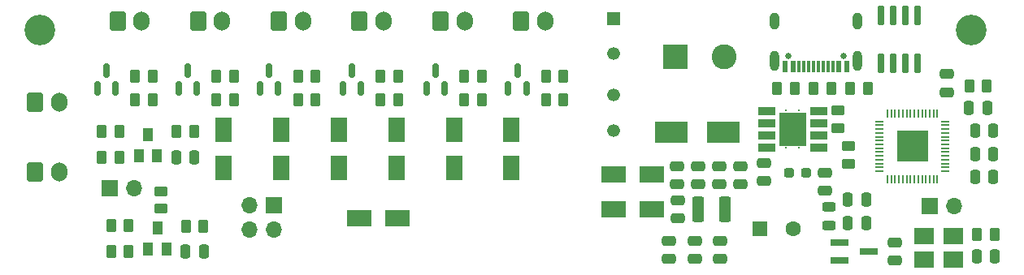
<source format=gbr>
%TF.GenerationSoftware,KiCad,Pcbnew,(6.0.6)*%
%TF.CreationDate,2022-10-06T01:30:09-05:00*%
%TF.ProjectId,better-klipper-expander,62657474-6572-42d6-9b6c-69707065722d,V1*%
%TF.SameCoordinates,Original*%
%TF.FileFunction,Soldermask,Top*%
%TF.FilePolarity,Negative*%
%FSLAX46Y46*%
G04 Gerber Fmt 4.6, Leading zero omitted, Abs format (unit mm)*
G04 Created by KiCad (PCBNEW (6.0.6)) date 2022-10-06 01:30:09*
%MOMM*%
%LPD*%
G01*
G04 APERTURE LIST*
G04 Aperture macros list*
%AMRoundRect*
0 Rectangle with rounded corners*
0 $1 Rounding radius*
0 $2 $3 $4 $5 $6 $7 $8 $9 X,Y pos of 4 corners*
0 Add a 4 corners polygon primitive as box body*
4,1,4,$2,$3,$4,$5,$6,$7,$8,$9,$2,$3,0*
0 Add four circle primitives for the rounded corners*
1,1,$1+$1,$2,$3*
1,1,$1+$1,$4,$5*
1,1,$1+$1,$6,$7*
1,1,$1+$1,$8,$9*
0 Add four rect primitives between the rounded corners*
20,1,$1+$1,$2,$3,$4,$5,0*
20,1,$1+$1,$4,$5,$6,$7,0*
20,1,$1+$1,$6,$7,$8,$9,0*
20,1,$1+$1,$8,$9,$2,$3,0*%
G04 Aperture macros list end*
%ADD10C,0.010000*%
%ADD11C,0.300000*%
%ADD12RoundRect,0.042000X0.258000X-0.943000X0.258000X0.943000X-0.258000X0.943000X-0.258000X-0.943000X0*%
%ADD13R,1.337000X1.337000*%
%ADD14C,1.337000*%
%ADD15R,2.500000X1.800000*%
%ADD16R,2.100000X1.800000*%
%ADD17RoundRect,0.250000X-0.262500X-0.450000X0.262500X-0.450000X0.262500X0.450000X-0.262500X0.450000X0*%
%ADD18RoundRect,0.250000X0.262500X0.450000X-0.262500X0.450000X-0.262500X-0.450000X0.262500X-0.450000X0*%
%ADD19O,1.700000X1.700000*%
%ADD20R,1.700000X1.700000*%
%ADD21RoundRect,0.250000X0.475000X-0.250000X0.475000X0.250000X-0.475000X0.250000X-0.475000X-0.250000X0*%
%ADD22RoundRect,0.250000X-0.250000X-0.475000X0.250000X-0.475000X0.250000X0.475000X-0.250000X0.475000X0*%
%ADD23RoundRect,0.250000X-0.475000X0.250000X-0.475000X-0.250000X0.475000X-0.250000X0.475000X0.250000X0*%
%ADD24RoundRect,0.250000X0.250000X0.475000X-0.250000X0.475000X-0.250000X-0.475000X0.250000X-0.475000X0*%
%ADD25RoundRect,0.250000X-0.450000X0.262500X-0.450000X-0.262500X0.450000X-0.262500X0.450000X0.262500X0*%
%ADD26RoundRect,0.250000X-0.600000X-0.750000X0.600000X-0.750000X0.600000X0.750000X-0.600000X0.750000X0*%
%ADD27O,1.700000X2.000000*%
%ADD28R,1.800000X2.500000*%
%ADD29RoundRect,0.050000X-0.387500X-0.050000X0.387500X-0.050000X0.387500X0.050000X-0.387500X0.050000X0*%
%ADD30RoundRect,0.050000X-0.050000X-0.387500X0.050000X-0.387500X0.050000X0.387500X-0.050000X0.387500X0*%
%ADD31R,3.200000X3.200000*%
%ADD32R,1.000000X1.400000*%
%ADD33RoundRect,0.150000X0.150000X-0.587500X0.150000X0.587500X-0.150000X0.587500X-0.150000X-0.587500X0*%
%ADD34RoundRect,0.237500X-0.287500X-0.237500X0.287500X-0.237500X0.287500X0.237500X-0.287500X0.237500X0*%
%ADD35RoundRect,0.243750X-0.456250X0.243750X-0.456250X-0.243750X0.456250X-0.243750X0.456250X0.243750X0*%
%ADD36R,1.900000X0.800000*%
%ADD37R,2.600000X2.600000*%
%ADD38C,2.600000*%
%ADD39C,3.200000*%
%ADD40RoundRect,0.250000X0.375000X1.075000X-0.375000X1.075000X-0.375000X-1.075000X0.375000X-1.075000X0*%
%ADD41R,1.600000X1.600000*%
%ADD42C,1.600000*%
%ADD43R,3.500000X2.300000*%
%ADD44RoundRect,0.250000X0.450000X-0.262500X0.450000X0.262500X-0.450000X0.262500X-0.450000X-0.262500X0*%
%ADD45R,0.304800X1.143000*%
%ADD46R,0.584200X1.143000*%
%ADD47C,0.660400*%
%ADD48O,0.990600X2.108200*%
%ADD49O,0.990600X1.803400*%
%ADD50C,0.609600*%
G04 APERTURE END LIST*
%TO.C,U3*%
G36*
X171795000Y-93500000D02*
G01*
X169085000Y-93500000D01*
X169085000Y-90100000D01*
X171795000Y-90100000D01*
X171795000Y-93500000D01*
G37*
D10*
X171795000Y-93500000D02*
X169085000Y-93500000D01*
X169085000Y-90100000D01*
X171795000Y-90100000D01*
X171795000Y-93500000D01*
G36*
X173943000Y-93336000D02*
G01*
X173945000Y-93336000D01*
X173948000Y-93337000D01*
X173950000Y-93337000D01*
X173953000Y-93338000D01*
X173955000Y-93339000D01*
X173958000Y-93340000D01*
X173960000Y-93342000D01*
X173962000Y-93343000D01*
X173964000Y-93345000D01*
X173966000Y-93346000D01*
X173974000Y-93354000D01*
X173975000Y-93356000D01*
X173977000Y-93358000D01*
X173978000Y-93360000D01*
X173980000Y-93362000D01*
X173981000Y-93365000D01*
X173982000Y-93367000D01*
X173983000Y-93370000D01*
X173983000Y-93372000D01*
X173984000Y-93375000D01*
X173984000Y-93377000D01*
X173985000Y-93380000D01*
X173985000Y-94030000D01*
X173984000Y-94033000D01*
X173984000Y-94035000D01*
X173983000Y-94038000D01*
X173983000Y-94040000D01*
X173982000Y-94043000D01*
X173981000Y-94045000D01*
X173980000Y-94048000D01*
X173978000Y-94050000D01*
X173977000Y-94052000D01*
X173975000Y-94054000D01*
X173974000Y-94056000D01*
X173966000Y-94064000D01*
X173964000Y-94065000D01*
X173962000Y-94067000D01*
X173960000Y-94068000D01*
X173958000Y-94070000D01*
X173955000Y-94071000D01*
X173953000Y-94072000D01*
X173950000Y-94073000D01*
X173948000Y-94073000D01*
X173945000Y-94074000D01*
X173943000Y-94074000D01*
X173940000Y-94075000D01*
X172340000Y-94075000D01*
X172337000Y-94074000D01*
X172335000Y-94074000D01*
X172332000Y-94073000D01*
X172330000Y-94073000D01*
X172327000Y-94072000D01*
X172325000Y-94071000D01*
X172322000Y-94070000D01*
X172320000Y-94068000D01*
X172318000Y-94067000D01*
X172316000Y-94065000D01*
X172314000Y-94064000D01*
X172306000Y-94056000D01*
X172305000Y-94054000D01*
X172303000Y-94052000D01*
X172302000Y-94050000D01*
X172300000Y-94048000D01*
X172299000Y-94045000D01*
X172298000Y-94043000D01*
X172297000Y-94040000D01*
X172297000Y-94038000D01*
X172296000Y-94035000D01*
X172296000Y-94033000D01*
X172295000Y-94030000D01*
X172295000Y-93380000D01*
X172296000Y-93377000D01*
X172296000Y-93375000D01*
X172297000Y-93372000D01*
X172297000Y-93370000D01*
X172298000Y-93367000D01*
X172299000Y-93365000D01*
X172300000Y-93362000D01*
X172302000Y-93360000D01*
X172303000Y-93358000D01*
X172305000Y-93356000D01*
X172306000Y-93354000D01*
X172314000Y-93346000D01*
X172316000Y-93345000D01*
X172318000Y-93343000D01*
X172320000Y-93342000D01*
X172322000Y-93340000D01*
X172325000Y-93339000D01*
X172327000Y-93338000D01*
X172330000Y-93337000D01*
X172332000Y-93337000D01*
X172335000Y-93336000D01*
X172337000Y-93336000D01*
X172340000Y-93335000D01*
X173940000Y-93335000D01*
X173943000Y-93336000D01*
G37*
X173943000Y-93336000D02*
X173945000Y-93336000D01*
X173948000Y-93337000D01*
X173950000Y-93337000D01*
X173953000Y-93338000D01*
X173955000Y-93339000D01*
X173958000Y-93340000D01*
X173960000Y-93342000D01*
X173962000Y-93343000D01*
X173964000Y-93345000D01*
X173966000Y-93346000D01*
X173974000Y-93354000D01*
X173975000Y-93356000D01*
X173977000Y-93358000D01*
X173978000Y-93360000D01*
X173980000Y-93362000D01*
X173981000Y-93365000D01*
X173982000Y-93367000D01*
X173983000Y-93370000D01*
X173983000Y-93372000D01*
X173984000Y-93375000D01*
X173984000Y-93377000D01*
X173985000Y-93380000D01*
X173985000Y-94030000D01*
X173984000Y-94033000D01*
X173984000Y-94035000D01*
X173983000Y-94038000D01*
X173983000Y-94040000D01*
X173982000Y-94043000D01*
X173981000Y-94045000D01*
X173980000Y-94048000D01*
X173978000Y-94050000D01*
X173977000Y-94052000D01*
X173975000Y-94054000D01*
X173974000Y-94056000D01*
X173966000Y-94064000D01*
X173964000Y-94065000D01*
X173962000Y-94067000D01*
X173960000Y-94068000D01*
X173958000Y-94070000D01*
X173955000Y-94071000D01*
X173953000Y-94072000D01*
X173950000Y-94073000D01*
X173948000Y-94073000D01*
X173945000Y-94074000D01*
X173943000Y-94074000D01*
X173940000Y-94075000D01*
X172340000Y-94075000D01*
X172337000Y-94074000D01*
X172335000Y-94074000D01*
X172332000Y-94073000D01*
X172330000Y-94073000D01*
X172327000Y-94072000D01*
X172325000Y-94071000D01*
X172322000Y-94070000D01*
X172320000Y-94068000D01*
X172318000Y-94067000D01*
X172316000Y-94065000D01*
X172314000Y-94064000D01*
X172306000Y-94056000D01*
X172305000Y-94054000D01*
X172303000Y-94052000D01*
X172302000Y-94050000D01*
X172300000Y-94048000D01*
X172299000Y-94045000D01*
X172298000Y-94043000D01*
X172297000Y-94040000D01*
X172297000Y-94038000D01*
X172296000Y-94035000D01*
X172296000Y-94033000D01*
X172295000Y-94030000D01*
X172295000Y-93380000D01*
X172296000Y-93377000D01*
X172296000Y-93375000D01*
X172297000Y-93372000D01*
X172297000Y-93370000D01*
X172298000Y-93367000D01*
X172299000Y-93365000D01*
X172300000Y-93362000D01*
X172302000Y-93360000D01*
X172303000Y-93358000D01*
X172305000Y-93356000D01*
X172306000Y-93354000D01*
X172314000Y-93346000D01*
X172316000Y-93345000D01*
X172318000Y-93343000D01*
X172320000Y-93342000D01*
X172322000Y-93340000D01*
X172325000Y-93339000D01*
X172327000Y-93338000D01*
X172330000Y-93337000D01*
X172332000Y-93337000D01*
X172335000Y-93336000D01*
X172337000Y-93336000D01*
X172340000Y-93335000D01*
X173940000Y-93335000D01*
X173943000Y-93336000D01*
G36*
X173943000Y-92066000D02*
G01*
X173945000Y-92066000D01*
X173948000Y-92067000D01*
X173950000Y-92067000D01*
X173953000Y-92068000D01*
X173955000Y-92069000D01*
X173958000Y-92070000D01*
X173960000Y-92072000D01*
X173962000Y-92073000D01*
X173964000Y-92075000D01*
X173966000Y-92076000D01*
X173974000Y-92084000D01*
X173975000Y-92086000D01*
X173977000Y-92088000D01*
X173978000Y-92090000D01*
X173980000Y-92092000D01*
X173981000Y-92095000D01*
X173982000Y-92097000D01*
X173983000Y-92100000D01*
X173983000Y-92102000D01*
X173984000Y-92105000D01*
X173984000Y-92107000D01*
X173985000Y-92110000D01*
X173985000Y-92760000D01*
X173984000Y-92763000D01*
X173984000Y-92765000D01*
X173983000Y-92768000D01*
X173983000Y-92770000D01*
X173982000Y-92773000D01*
X173981000Y-92775000D01*
X173980000Y-92778000D01*
X173978000Y-92780000D01*
X173977000Y-92782000D01*
X173975000Y-92784000D01*
X173974000Y-92786000D01*
X173966000Y-92794000D01*
X173964000Y-92795000D01*
X173962000Y-92797000D01*
X173960000Y-92798000D01*
X173958000Y-92800000D01*
X173955000Y-92801000D01*
X173953000Y-92802000D01*
X173950000Y-92803000D01*
X173948000Y-92803000D01*
X173945000Y-92804000D01*
X173943000Y-92804000D01*
X173940000Y-92805000D01*
X172340000Y-92805000D01*
X172337000Y-92804000D01*
X172335000Y-92804000D01*
X172332000Y-92803000D01*
X172330000Y-92803000D01*
X172327000Y-92802000D01*
X172325000Y-92801000D01*
X172322000Y-92800000D01*
X172320000Y-92798000D01*
X172318000Y-92797000D01*
X172316000Y-92795000D01*
X172314000Y-92794000D01*
X172306000Y-92786000D01*
X172305000Y-92784000D01*
X172303000Y-92782000D01*
X172302000Y-92780000D01*
X172300000Y-92778000D01*
X172299000Y-92775000D01*
X172298000Y-92773000D01*
X172297000Y-92770000D01*
X172297000Y-92768000D01*
X172296000Y-92765000D01*
X172296000Y-92763000D01*
X172295000Y-92760000D01*
X172295000Y-92110000D01*
X172296000Y-92107000D01*
X172296000Y-92105000D01*
X172297000Y-92102000D01*
X172297000Y-92100000D01*
X172298000Y-92097000D01*
X172299000Y-92095000D01*
X172300000Y-92092000D01*
X172302000Y-92090000D01*
X172303000Y-92088000D01*
X172305000Y-92086000D01*
X172306000Y-92084000D01*
X172314000Y-92076000D01*
X172316000Y-92075000D01*
X172318000Y-92073000D01*
X172320000Y-92072000D01*
X172322000Y-92070000D01*
X172325000Y-92069000D01*
X172327000Y-92068000D01*
X172330000Y-92067000D01*
X172332000Y-92067000D01*
X172335000Y-92066000D01*
X172337000Y-92066000D01*
X172340000Y-92065000D01*
X173940000Y-92065000D01*
X173943000Y-92066000D01*
G37*
X173943000Y-92066000D02*
X173945000Y-92066000D01*
X173948000Y-92067000D01*
X173950000Y-92067000D01*
X173953000Y-92068000D01*
X173955000Y-92069000D01*
X173958000Y-92070000D01*
X173960000Y-92072000D01*
X173962000Y-92073000D01*
X173964000Y-92075000D01*
X173966000Y-92076000D01*
X173974000Y-92084000D01*
X173975000Y-92086000D01*
X173977000Y-92088000D01*
X173978000Y-92090000D01*
X173980000Y-92092000D01*
X173981000Y-92095000D01*
X173982000Y-92097000D01*
X173983000Y-92100000D01*
X173983000Y-92102000D01*
X173984000Y-92105000D01*
X173984000Y-92107000D01*
X173985000Y-92110000D01*
X173985000Y-92760000D01*
X173984000Y-92763000D01*
X173984000Y-92765000D01*
X173983000Y-92768000D01*
X173983000Y-92770000D01*
X173982000Y-92773000D01*
X173981000Y-92775000D01*
X173980000Y-92778000D01*
X173978000Y-92780000D01*
X173977000Y-92782000D01*
X173975000Y-92784000D01*
X173974000Y-92786000D01*
X173966000Y-92794000D01*
X173964000Y-92795000D01*
X173962000Y-92797000D01*
X173960000Y-92798000D01*
X173958000Y-92800000D01*
X173955000Y-92801000D01*
X173953000Y-92802000D01*
X173950000Y-92803000D01*
X173948000Y-92803000D01*
X173945000Y-92804000D01*
X173943000Y-92804000D01*
X173940000Y-92805000D01*
X172340000Y-92805000D01*
X172337000Y-92804000D01*
X172335000Y-92804000D01*
X172332000Y-92803000D01*
X172330000Y-92803000D01*
X172327000Y-92802000D01*
X172325000Y-92801000D01*
X172322000Y-92800000D01*
X172320000Y-92798000D01*
X172318000Y-92797000D01*
X172316000Y-92795000D01*
X172314000Y-92794000D01*
X172306000Y-92786000D01*
X172305000Y-92784000D01*
X172303000Y-92782000D01*
X172302000Y-92780000D01*
X172300000Y-92778000D01*
X172299000Y-92775000D01*
X172298000Y-92773000D01*
X172297000Y-92770000D01*
X172297000Y-92768000D01*
X172296000Y-92765000D01*
X172296000Y-92763000D01*
X172295000Y-92760000D01*
X172295000Y-92110000D01*
X172296000Y-92107000D01*
X172296000Y-92105000D01*
X172297000Y-92102000D01*
X172297000Y-92100000D01*
X172298000Y-92097000D01*
X172299000Y-92095000D01*
X172300000Y-92092000D01*
X172302000Y-92090000D01*
X172303000Y-92088000D01*
X172305000Y-92086000D01*
X172306000Y-92084000D01*
X172314000Y-92076000D01*
X172316000Y-92075000D01*
X172318000Y-92073000D01*
X172320000Y-92072000D01*
X172322000Y-92070000D01*
X172325000Y-92069000D01*
X172327000Y-92068000D01*
X172330000Y-92067000D01*
X172332000Y-92067000D01*
X172335000Y-92066000D01*
X172337000Y-92066000D01*
X172340000Y-92065000D01*
X173940000Y-92065000D01*
X173943000Y-92066000D01*
G36*
X173943000Y-90796000D02*
G01*
X173945000Y-90796000D01*
X173948000Y-90797000D01*
X173950000Y-90797000D01*
X173953000Y-90798000D01*
X173955000Y-90799000D01*
X173958000Y-90800000D01*
X173960000Y-90802000D01*
X173962000Y-90803000D01*
X173964000Y-90805000D01*
X173966000Y-90806000D01*
X173974000Y-90814000D01*
X173975000Y-90816000D01*
X173977000Y-90818000D01*
X173978000Y-90820000D01*
X173980000Y-90822000D01*
X173981000Y-90825000D01*
X173982000Y-90827000D01*
X173983000Y-90830000D01*
X173983000Y-90832000D01*
X173984000Y-90835000D01*
X173984000Y-90837000D01*
X173985000Y-90840000D01*
X173985000Y-91490000D01*
X173984000Y-91493000D01*
X173984000Y-91495000D01*
X173983000Y-91498000D01*
X173983000Y-91500000D01*
X173982000Y-91503000D01*
X173981000Y-91505000D01*
X173980000Y-91508000D01*
X173978000Y-91510000D01*
X173977000Y-91512000D01*
X173975000Y-91514000D01*
X173974000Y-91516000D01*
X173966000Y-91524000D01*
X173964000Y-91525000D01*
X173962000Y-91527000D01*
X173960000Y-91528000D01*
X173958000Y-91530000D01*
X173955000Y-91531000D01*
X173953000Y-91532000D01*
X173950000Y-91533000D01*
X173948000Y-91533000D01*
X173945000Y-91534000D01*
X173943000Y-91534000D01*
X173940000Y-91535000D01*
X172340000Y-91535000D01*
X172337000Y-91534000D01*
X172335000Y-91534000D01*
X172332000Y-91533000D01*
X172330000Y-91533000D01*
X172327000Y-91532000D01*
X172325000Y-91531000D01*
X172322000Y-91530000D01*
X172320000Y-91528000D01*
X172318000Y-91527000D01*
X172316000Y-91525000D01*
X172314000Y-91524000D01*
X172306000Y-91516000D01*
X172305000Y-91514000D01*
X172303000Y-91512000D01*
X172302000Y-91510000D01*
X172300000Y-91508000D01*
X172299000Y-91505000D01*
X172298000Y-91503000D01*
X172297000Y-91500000D01*
X172297000Y-91498000D01*
X172296000Y-91495000D01*
X172296000Y-91493000D01*
X172295000Y-91490000D01*
X172295000Y-90840000D01*
X172296000Y-90837000D01*
X172296000Y-90835000D01*
X172297000Y-90832000D01*
X172297000Y-90830000D01*
X172298000Y-90827000D01*
X172299000Y-90825000D01*
X172300000Y-90822000D01*
X172302000Y-90820000D01*
X172303000Y-90818000D01*
X172305000Y-90816000D01*
X172306000Y-90814000D01*
X172314000Y-90806000D01*
X172316000Y-90805000D01*
X172318000Y-90803000D01*
X172320000Y-90802000D01*
X172322000Y-90800000D01*
X172325000Y-90799000D01*
X172327000Y-90798000D01*
X172330000Y-90797000D01*
X172332000Y-90797000D01*
X172335000Y-90796000D01*
X172337000Y-90796000D01*
X172340000Y-90795000D01*
X173940000Y-90795000D01*
X173943000Y-90796000D01*
G37*
X173943000Y-90796000D02*
X173945000Y-90796000D01*
X173948000Y-90797000D01*
X173950000Y-90797000D01*
X173953000Y-90798000D01*
X173955000Y-90799000D01*
X173958000Y-90800000D01*
X173960000Y-90802000D01*
X173962000Y-90803000D01*
X173964000Y-90805000D01*
X173966000Y-90806000D01*
X173974000Y-90814000D01*
X173975000Y-90816000D01*
X173977000Y-90818000D01*
X173978000Y-90820000D01*
X173980000Y-90822000D01*
X173981000Y-90825000D01*
X173982000Y-90827000D01*
X173983000Y-90830000D01*
X173983000Y-90832000D01*
X173984000Y-90835000D01*
X173984000Y-90837000D01*
X173985000Y-90840000D01*
X173985000Y-91490000D01*
X173984000Y-91493000D01*
X173984000Y-91495000D01*
X173983000Y-91498000D01*
X173983000Y-91500000D01*
X173982000Y-91503000D01*
X173981000Y-91505000D01*
X173980000Y-91508000D01*
X173978000Y-91510000D01*
X173977000Y-91512000D01*
X173975000Y-91514000D01*
X173974000Y-91516000D01*
X173966000Y-91524000D01*
X173964000Y-91525000D01*
X173962000Y-91527000D01*
X173960000Y-91528000D01*
X173958000Y-91530000D01*
X173955000Y-91531000D01*
X173953000Y-91532000D01*
X173950000Y-91533000D01*
X173948000Y-91533000D01*
X173945000Y-91534000D01*
X173943000Y-91534000D01*
X173940000Y-91535000D01*
X172340000Y-91535000D01*
X172337000Y-91534000D01*
X172335000Y-91534000D01*
X172332000Y-91533000D01*
X172330000Y-91533000D01*
X172327000Y-91532000D01*
X172325000Y-91531000D01*
X172322000Y-91530000D01*
X172320000Y-91528000D01*
X172318000Y-91527000D01*
X172316000Y-91525000D01*
X172314000Y-91524000D01*
X172306000Y-91516000D01*
X172305000Y-91514000D01*
X172303000Y-91512000D01*
X172302000Y-91510000D01*
X172300000Y-91508000D01*
X172299000Y-91505000D01*
X172298000Y-91503000D01*
X172297000Y-91500000D01*
X172297000Y-91498000D01*
X172296000Y-91495000D01*
X172296000Y-91493000D01*
X172295000Y-91490000D01*
X172295000Y-90840000D01*
X172296000Y-90837000D01*
X172296000Y-90835000D01*
X172297000Y-90832000D01*
X172297000Y-90830000D01*
X172298000Y-90827000D01*
X172299000Y-90825000D01*
X172300000Y-90822000D01*
X172302000Y-90820000D01*
X172303000Y-90818000D01*
X172305000Y-90816000D01*
X172306000Y-90814000D01*
X172314000Y-90806000D01*
X172316000Y-90805000D01*
X172318000Y-90803000D01*
X172320000Y-90802000D01*
X172322000Y-90800000D01*
X172325000Y-90799000D01*
X172327000Y-90798000D01*
X172330000Y-90797000D01*
X172332000Y-90797000D01*
X172335000Y-90796000D01*
X172337000Y-90796000D01*
X172340000Y-90795000D01*
X173940000Y-90795000D01*
X173943000Y-90796000D01*
G36*
X173943000Y-89526000D02*
G01*
X173945000Y-89526000D01*
X173948000Y-89527000D01*
X173950000Y-89527000D01*
X173953000Y-89528000D01*
X173955000Y-89529000D01*
X173958000Y-89530000D01*
X173960000Y-89532000D01*
X173962000Y-89533000D01*
X173964000Y-89535000D01*
X173966000Y-89536000D01*
X173974000Y-89544000D01*
X173975000Y-89546000D01*
X173977000Y-89548000D01*
X173978000Y-89550000D01*
X173980000Y-89552000D01*
X173981000Y-89555000D01*
X173982000Y-89557000D01*
X173983000Y-89560000D01*
X173983000Y-89562000D01*
X173984000Y-89565000D01*
X173984000Y-89567000D01*
X173985000Y-89570000D01*
X173985000Y-90220000D01*
X173984000Y-90223000D01*
X173984000Y-90225000D01*
X173983000Y-90228000D01*
X173983000Y-90230000D01*
X173982000Y-90233000D01*
X173981000Y-90235000D01*
X173980000Y-90238000D01*
X173978000Y-90240000D01*
X173977000Y-90242000D01*
X173975000Y-90244000D01*
X173974000Y-90246000D01*
X173966000Y-90254000D01*
X173964000Y-90255000D01*
X173962000Y-90257000D01*
X173960000Y-90258000D01*
X173958000Y-90260000D01*
X173955000Y-90261000D01*
X173953000Y-90262000D01*
X173950000Y-90263000D01*
X173948000Y-90263000D01*
X173945000Y-90264000D01*
X173943000Y-90264000D01*
X173940000Y-90265000D01*
X172340000Y-90265000D01*
X172337000Y-90264000D01*
X172335000Y-90264000D01*
X172332000Y-90263000D01*
X172330000Y-90263000D01*
X172327000Y-90262000D01*
X172325000Y-90261000D01*
X172322000Y-90260000D01*
X172320000Y-90258000D01*
X172318000Y-90257000D01*
X172316000Y-90255000D01*
X172314000Y-90254000D01*
X172306000Y-90246000D01*
X172305000Y-90244000D01*
X172303000Y-90242000D01*
X172302000Y-90240000D01*
X172300000Y-90238000D01*
X172299000Y-90235000D01*
X172298000Y-90233000D01*
X172297000Y-90230000D01*
X172297000Y-90228000D01*
X172296000Y-90225000D01*
X172296000Y-90223000D01*
X172295000Y-90220000D01*
X172295000Y-89570000D01*
X172296000Y-89567000D01*
X172296000Y-89565000D01*
X172297000Y-89562000D01*
X172297000Y-89560000D01*
X172298000Y-89557000D01*
X172299000Y-89555000D01*
X172300000Y-89552000D01*
X172302000Y-89550000D01*
X172303000Y-89548000D01*
X172305000Y-89546000D01*
X172306000Y-89544000D01*
X172314000Y-89536000D01*
X172316000Y-89535000D01*
X172318000Y-89533000D01*
X172320000Y-89532000D01*
X172322000Y-89530000D01*
X172325000Y-89529000D01*
X172327000Y-89528000D01*
X172330000Y-89527000D01*
X172332000Y-89527000D01*
X172335000Y-89526000D01*
X172337000Y-89526000D01*
X172340000Y-89525000D01*
X173940000Y-89525000D01*
X173943000Y-89526000D01*
G37*
X173943000Y-89526000D02*
X173945000Y-89526000D01*
X173948000Y-89527000D01*
X173950000Y-89527000D01*
X173953000Y-89528000D01*
X173955000Y-89529000D01*
X173958000Y-89530000D01*
X173960000Y-89532000D01*
X173962000Y-89533000D01*
X173964000Y-89535000D01*
X173966000Y-89536000D01*
X173974000Y-89544000D01*
X173975000Y-89546000D01*
X173977000Y-89548000D01*
X173978000Y-89550000D01*
X173980000Y-89552000D01*
X173981000Y-89555000D01*
X173982000Y-89557000D01*
X173983000Y-89560000D01*
X173983000Y-89562000D01*
X173984000Y-89565000D01*
X173984000Y-89567000D01*
X173985000Y-89570000D01*
X173985000Y-90220000D01*
X173984000Y-90223000D01*
X173984000Y-90225000D01*
X173983000Y-90228000D01*
X173983000Y-90230000D01*
X173982000Y-90233000D01*
X173981000Y-90235000D01*
X173980000Y-90238000D01*
X173978000Y-90240000D01*
X173977000Y-90242000D01*
X173975000Y-90244000D01*
X173974000Y-90246000D01*
X173966000Y-90254000D01*
X173964000Y-90255000D01*
X173962000Y-90257000D01*
X173960000Y-90258000D01*
X173958000Y-90260000D01*
X173955000Y-90261000D01*
X173953000Y-90262000D01*
X173950000Y-90263000D01*
X173948000Y-90263000D01*
X173945000Y-90264000D01*
X173943000Y-90264000D01*
X173940000Y-90265000D01*
X172340000Y-90265000D01*
X172337000Y-90264000D01*
X172335000Y-90264000D01*
X172332000Y-90263000D01*
X172330000Y-90263000D01*
X172327000Y-90262000D01*
X172325000Y-90261000D01*
X172322000Y-90260000D01*
X172320000Y-90258000D01*
X172318000Y-90257000D01*
X172316000Y-90255000D01*
X172314000Y-90254000D01*
X172306000Y-90246000D01*
X172305000Y-90244000D01*
X172303000Y-90242000D01*
X172302000Y-90240000D01*
X172300000Y-90238000D01*
X172299000Y-90235000D01*
X172298000Y-90233000D01*
X172297000Y-90230000D01*
X172297000Y-90228000D01*
X172296000Y-90225000D01*
X172296000Y-90223000D01*
X172295000Y-90220000D01*
X172295000Y-89570000D01*
X172296000Y-89567000D01*
X172296000Y-89565000D01*
X172297000Y-89562000D01*
X172297000Y-89560000D01*
X172298000Y-89557000D01*
X172299000Y-89555000D01*
X172300000Y-89552000D01*
X172302000Y-89550000D01*
X172303000Y-89548000D01*
X172305000Y-89546000D01*
X172306000Y-89544000D01*
X172314000Y-89536000D01*
X172316000Y-89535000D01*
X172318000Y-89533000D01*
X172320000Y-89532000D01*
X172322000Y-89530000D01*
X172325000Y-89529000D01*
X172327000Y-89528000D01*
X172330000Y-89527000D01*
X172332000Y-89527000D01*
X172335000Y-89526000D01*
X172337000Y-89526000D01*
X172340000Y-89525000D01*
X173940000Y-89525000D01*
X173943000Y-89526000D01*
G36*
X168543000Y-93336000D02*
G01*
X168545000Y-93336000D01*
X168548000Y-93337000D01*
X168550000Y-93337000D01*
X168553000Y-93338000D01*
X168555000Y-93339000D01*
X168558000Y-93340000D01*
X168560000Y-93342000D01*
X168562000Y-93343000D01*
X168564000Y-93345000D01*
X168566000Y-93346000D01*
X168574000Y-93354000D01*
X168575000Y-93356000D01*
X168577000Y-93358000D01*
X168578000Y-93360000D01*
X168580000Y-93362000D01*
X168581000Y-93365000D01*
X168582000Y-93367000D01*
X168583000Y-93370000D01*
X168583000Y-93372000D01*
X168584000Y-93375000D01*
X168584000Y-93377000D01*
X168585000Y-93380000D01*
X168585000Y-94030000D01*
X168584000Y-94033000D01*
X168584000Y-94035000D01*
X168583000Y-94038000D01*
X168583000Y-94040000D01*
X168582000Y-94043000D01*
X168581000Y-94045000D01*
X168580000Y-94048000D01*
X168578000Y-94050000D01*
X168577000Y-94052000D01*
X168575000Y-94054000D01*
X168574000Y-94056000D01*
X168566000Y-94064000D01*
X168564000Y-94065000D01*
X168562000Y-94067000D01*
X168560000Y-94068000D01*
X168558000Y-94070000D01*
X168555000Y-94071000D01*
X168553000Y-94072000D01*
X168550000Y-94073000D01*
X168548000Y-94073000D01*
X168545000Y-94074000D01*
X168543000Y-94074000D01*
X168540000Y-94075000D01*
X166940000Y-94075000D01*
X166937000Y-94074000D01*
X166935000Y-94074000D01*
X166932000Y-94073000D01*
X166930000Y-94073000D01*
X166927000Y-94072000D01*
X166925000Y-94071000D01*
X166922000Y-94070000D01*
X166920000Y-94068000D01*
X166918000Y-94067000D01*
X166916000Y-94065000D01*
X166914000Y-94064000D01*
X166906000Y-94056000D01*
X166905000Y-94054000D01*
X166903000Y-94052000D01*
X166902000Y-94050000D01*
X166900000Y-94048000D01*
X166899000Y-94045000D01*
X166898000Y-94043000D01*
X166897000Y-94040000D01*
X166897000Y-94038000D01*
X166896000Y-94035000D01*
X166896000Y-94033000D01*
X166895000Y-94030000D01*
X166895000Y-93380000D01*
X166896000Y-93377000D01*
X166896000Y-93375000D01*
X166897000Y-93372000D01*
X166897000Y-93370000D01*
X166898000Y-93367000D01*
X166899000Y-93365000D01*
X166900000Y-93362000D01*
X166902000Y-93360000D01*
X166903000Y-93358000D01*
X166905000Y-93356000D01*
X166906000Y-93354000D01*
X166914000Y-93346000D01*
X166916000Y-93345000D01*
X166918000Y-93343000D01*
X166920000Y-93342000D01*
X166922000Y-93340000D01*
X166925000Y-93339000D01*
X166927000Y-93338000D01*
X166930000Y-93337000D01*
X166932000Y-93337000D01*
X166935000Y-93336000D01*
X166937000Y-93336000D01*
X166940000Y-93335000D01*
X168540000Y-93335000D01*
X168543000Y-93336000D01*
G37*
X168543000Y-93336000D02*
X168545000Y-93336000D01*
X168548000Y-93337000D01*
X168550000Y-93337000D01*
X168553000Y-93338000D01*
X168555000Y-93339000D01*
X168558000Y-93340000D01*
X168560000Y-93342000D01*
X168562000Y-93343000D01*
X168564000Y-93345000D01*
X168566000Y-93346000D01*
X168574000Y-93354000D01*
X168575000Y-93356000D01*
X168577000Y-93358000D01*
X168578000Y-93360000D01*
X168580000Y-93362000D01*
X168581000Y-93365000D01*
X168582000Y-93367000D01*
X168583000Y-93370000D01*
X168583000Y-93372000D01*
X168584000Y-93375000D01*
X168584000Y-93377000D01*
X168585000Y-93380000D01*
X168585000Y-94030000D01*
X168584000Y-94033000D01*
X168584000Y-94035000D01*
X168583000Y-94038000D01*
X168583000Y-94040000D01*
X168582000Y-94043000D01*
X168581000Y-94045000D01*
X168580000Y-94048000D01*
X168578000Y-94050000D01*
X168577000Y-94052000D01*
X168575000Y-94054000D01*
X168574000Y-94056000D01*
X168566000Y-94064000D01*
X168564000Y-94065000D01*
X168562000Y-94067000D01*
X168560000Y-94068000D01*
X168558000Y-94070000D01*
X168555000Y-94071000D01*
X168553000Y-94072000D01*
X168550000Y-94073000D01*
X168548000Y-94073000D01*
X168545000Y-94074000D01*
X168543000Y-94074000D01*
X168540000Y-94075000D01*
X166940000Y-94075000D01*
X166937000Y-94074000D01*
X166935000Y-94074000D01*
X166932000Y-94073000D01*
X166930000Y-94073000D01*
X166927000Y-94072000D01*
X166925000Y-94071000D01*
X166922000Y-94070000D01*
X166920000Y-94068000D01*
X166918000Y-94067000D01*
X166916000Y-94065000D01*
X166914000Y-94064000D01*
X166906000Y-94056000D01*
X166905000Y-94054000D01*
X166903000Y-94052000D01*
X166902000Y-94050000D01*
X166900000Y-94048000D01*
X166899000Y-94045000D01*
X166898000Y-94043000D01*
X166897000Y-94040000D01*
X166897000Y-94038000D01*
X166896000Y-94035000D01*
X166896000Y-94033000D01*
X166895000Y-94030000D01*
X166895000Y-93380000D01*
X166896000Y-93377000D01*
X166896000Y-93375000D01*
X166897000Y-93372000D01*
X166897000Y-93370000D01*
X166898000Y-93367000D01*
X166899000Y-93365000D01*
X166900000Y-93362000D01*
X166902000Y-93360000D01*
X166903000Y-93358000D01*
X166905000Y-93356000D01*
X166906000Y-93354000D01*
X166914000Y-93346000D01*
X166916000Y-93345000D01*
X166918000Y-93343000D01*
X166920000Y-93342000D01*
X166922000Y-93340000D01*
X166925000Y-93339000D01*
X166927000Y-93338000D01*
X166930000Y-93337000D01*
X166932000Y-93337000D01*
X166935000Y-93336000D01*
X166937000Y-93336000D01*
X166940000Y-93335000D01*
X168540000Y-93335000D01*
X168543000Y-93336000D01*
G36*
X168543000Y-92066000D02*
G01*
X168545000Y-92066000D01*
X168548000Y-92067000D01*
X168550000Y-92067000D01*
X168553000Y-92068000D01*
X168555000Y-92069000D01*
X168558000Y-92070000D01*
X168560000Y-92072000D01*
X168562000Y-92073000D01*
X168564000Y-92075000D01*
X168566000Y-92076000D01*
X168574000Y-92084000D01*
X168575000Y-92086000D01*
X168577000Y-92088000D01*
X168578000Y-92090000D01*
X168580000Y-92092000D01*
X168581000Y-92095000D01*
X168582000Y-92097000D01*
X168583000Y-92100000D01*
X168583000Y-92102000D01*
X168584000Y-92105000D01*
X168584000Y-92107000D01*
X168585000Y-92110000D01*
X168585000Y-92760000D01*
X168584000Y-92763000D01*
X168584000Y-92765000D01*
X168583000Y-92768000D01*
X168583000Y-92770000D01*
X168582000Y-92773000D01*
X168581000Y-92775000D01*
X168580000Y-92778000D01*
X168578000Y-92780000D01*
X168577000Y-92782000D01*
X168575000Y-92784000D01*
X168574000Y-92786000D01*
X168566000Y-92794000D01*
X168564000Y-92795000D01*
X168562000Y-92797000D01*
X168560000Y-92798000D01*
X168558000Y-92800000D01*
X168555000Y-92801000D01*
X168553000Y-92802000D01*
X168550000Y-92803000D01*
X168548000Y-92803000D01*
X168545000Y-92804000D01*
X168543000Y-92804000D01*
X168540000Y-92805000D01*
X166940000Y-92805000D01*
X166937000Y-92804000D01*
X166935000Y-92804000D01*
X166932000Y-92803000D01*
X166930000Y-92803000D01*
X166927000Y-92802000D01*
X166925000Y-92801000D01*
X166922000Y-92800000D01*
X166920000Y-92798000D01*
X166918000Y-92797000D01*
X166916000Y-92795000D01*
X166914000Y-92794000D01*
X166906000Y-92786000D01*
X166905000Y-92784000D01*
X166903000Y-92782000D01*
X166902000Y-92780000D01*
X166900000Y-92778000D01*
X166899000Y-92775000D01*
X166898000Y-92773000D01*
X166897000Y-92770000D01*
X166897000Y-92768000D01*
X166896000Y-92765000D01*
X166896000Y-92763000D01*
X166895000Y-92760000D01*
X166895000Y-92110000D01*
X166896000Y-92107000D01*
X166896000Y-92105000D01*
X166897000Y-92102000D01*
X166897000Y-92100000D01*
X166898000Y-92097000D01*
X166899000Y-92095000D01*
X166900000Y-92092000D01*
X166902000Y-92090000D01*
X166903000Y-92088000D01*
X166905000Y-92086000D01*
X166906000Y-92084000D01*
X166914000Y-92076000D01*
X166916000Y-92075000D01*
X166918000Y-92073000D01*
X166920000Y-92072000D01*
X166922000Y-92070000D01*
X166925000Y-92069000D01*
X166927000Y-92068000D01*
X166930000Y-92067000D01*
X166932000Y-92067000D01*
X166935000Y-92066000D01*
X166937000Y-92066000D01*
X166940000Y-92065000D01*
X168540000Y-92065000D01*
X168543000Y-92066000D01*
G37*
X168543000Y-92066000D02*
X168545000Y-92066000D01*
X168548000Y-92067000D01*
X168550000Y-92067000D01*
X168553000Y-92068000D01*
X168555000Y-92069000D01*
X168558000Y-92070000D01*
X168560000Y-92072000D01*
X168562000Y-92073000D01*
X168564000Y-92075000D01*
X168566000Y-92076000D01*
X168574000Y-92084000D01*
X168575000Y-92086000D01*
X168577000Y-92088000D01*
X168578000Y-92090000D01*
X168580000Y-92092000D01*
X168581000Y-92095000D01*
X168582000Y-92097000D01*
X168583000Y-92100000D01*
X168583000Y-92102000D01*
X168584000Y-92105000D01*
X168584000Y-92107000D01*
X168585000Y-92110000D01*
X168585000Y-92760000D01*
X168584000Y-92763000D01*
X168584000Y-92765000D01*
X168583000Y-92768000D01*
X168583000Y-92770000D01*
X168582000Y-92773000D01*
X168581000Y-92775000D01*
X168580000Y-92778000D01*
X168578000Y-92780000D01*
X168577000Y-92782000D01*
X168575000Y-92784000D01*
X168574000Y-92786000D01*
X168566000Y-92794000D01*
X168564000Y-92795000D01*
X168562000Y-92797000D01*
X168560000Y-92798000D01*
X168558000Y-92800000D01*
X168555000Y-92801000D01*
X168553000Y-92802000D01*
X168550000Y-92803000D01*
X168548000Y-92803000D01*
X168545000Y-92804000D01*
X168543000Y-92804000D01*
X168540000Y-92805000D01*
X166940000Y-92805000D01*
X166937000Y-92804000D01*
X166935000Y-92804000D01*
X166932000Y-92803000D01*
X166930000Y-92803000D01*
X166927000Y-92802000D01*
X166925000Y-92801000D01*
X166922000Y-92800000D01*
X166920000Y-92798000D01*
X166918000Y-92797000D01*
X166916000Y-92795000D01*
X166914000Y-92794000D01*
X166906000Y-92786000D01*
X166905000Y-92784000D01*
X166903000Y-92782000D01*
X166902000Y-92780000D01*
X166900000Y-92778000D01*
X166899000Y-92775000D01*
X166898000Y-92773000D01*
X166897000Y-92770000D01*
X166897000Y-92768000D01*
X166896000Y-92765000D01*
X166896000Y-92763000D01*
X166895000Y-92760000D01*
X166895000Y-92110000D01*
X166896000Y-92107000D01*
X166896000Y-92105000D01*
X166897000Y-92102000D01*
X166897000Y-92100000D01*
X166898000Y-92097000D01*
X166899000Y-92095000D01*
X166900000Y-92092000D01*
X166902000Y-92090000D01*
X166903000Y-92088000D01*
X166905000Y-92086000D01*
X166906000Y-92084000D01*
X166914000Y-92076000D01*
X166916000Y-92075000D01*
X166918000Y-92073000D01*
X166920000Y-92072000D01*
X166922000Y-92070000D01*
X166925000Y-92069000D01*
X166927000Y-92068000D01*
X166930000Y-92067000D01*
X166932000Y-92067000D01*
X166935000Y-92066000D01*
X166937000Y-92066000D01*
X166940000Y-92065000D01*
X168540000Y-92065000D01*
X168543000Y-92066000D01*
G36*
X168543000Y-90796000D02*
G01*
X168545000Y-90796000D01*
X168548000Y-90797000D01*
X168550000Y-90797000D01*
X168553000Y-90798000D01*
X168555000Y-90799000D01*
X168558000Y-90800000D01*
X168560000Y-90802000D01*
X168562000Y-90803000D01*
X168564000Y-90805000D01*
X168566000Y-90806000D01*
X168574000Y-90814000D01*
X168575000Y-90816000D01*
X168577000Y-90818000D01*
X168578000Y-90820000D01*
X168580000Y-90822000D01*
X168581000Y-90825000D01*
X168582000Y-90827000D01*
X168583000Y-90830000D01*
X168583000Y-90832000D01*
X168584000Y-90835000D01*
X168584000Y-90837000D01*
X168585000Y-90840000D01*
X168585000Y-91490000D01*
X168584000Y-91493000D01*
X168584000Y-91495000D01*
X168583000Y-91498000D01*
X168583000Y-91500000D01*
X168582000Y-91503000D01*
X168581000Y-91505000D01*
X168580000Y-91508000D01*
X168578000Y-91510000D01*
X168577000Y-91512000D01*
X168575000Y-91514000D01*
X168574000Y-91516000D01*
X168566000Y-91524000D01*
X168564000Y-91525000D01*
X168562000Y-91527000D01*
X168560000Y-91528000D01*
X168558000Y-91530000D01*
X168555000Y-91531000D01*
X168553000Y-91532000D01*
X168550000Y-91533000D01*
X168548000Y-91533000D01*
X168545000Y-91534000D01*
X168543000Y-91534000D01*
X168540000Y-91535000D01*
X166940000Y-91535000D01*
X166937000Y-91534000D01*
X166935000Y-91534000D01*
X166932000Y-91533000D01*
X166930000Y-91533000D01*
X166927000Y-91532000D01*
X166925000Y-91531000D01*
X166922000Y-91530000D01*
X166920000Y-91528000D01*
X166918000Y-91527000D01*
X166916000Y-91525000D01*
X166914000Y-91524000D01*
X166906000Y-91516000D01*
X166905000Y-91514000D01*
X166903000Y-91512000D01*
X166902000Y-91510000D01*
X166900000Y-91508000D01*
X166899000Y-91505000D01*
X166898000Y-91503000D01*
X166897000Y-91500000D01*
X166897000Y-91498000D01*
X166896000Y-91495000D01*
X166896000Y-91493000D01*
X166895000Y-91490000D01*
X166895000Y-90840000D01*
X166896000Y-90837000D01*
X166896000Y-90835000D01*
X166897000Y-90832000D01*
X166897000Y-90830000D01*
X166898000Y-90827000D01*
X166899000Y-90825000D01*
X166900000Y-90822000D01*
X166902000Y-90820000D01*
X166903000Y-90818000D01*
X166905000Y-90816000D01*
X166906000Y-90814000D01*
X166914000Y-90806000D01*
X166916000Y-90805000D01*
X166918000Y-90803000D01*
X166920000Y-90802000D01*
X166922000Y-90800000D01*
X166925000Y-90799000D01*
X166927000Y-90798000D01*
X166930000Y-90797000D01*
X166932000Y-90797000D01*
X166935000Y-90796000D01*
X166937000Y-90796000D01*
X166940000Y-90795000D01*
X168540000Y-90795000D01*
X168543000Y-90796000D01*
G37*
X168543000Y-90796000D02*
X168545000Y-90796000D01*
X168548000Y-90797000D01*
X168550000Y-90797000D01*
X168553000Y-90798000D01*
X168555000Y-90799000D01*
X168558000Y-90800000D01*
X168560000Y-90802000D01*
X168562000Y-90803000D01*
X168564000Y-90805000D01*
X168566000Y-90806000D01*
X168574000Y-90814000D01*
X168575000Y-90816000D01*
X168577000Y-90818000D01*
X168578000Y-90820000D01*
X168580000Y-90822000D01*
X168581000Y-90825000D01*
X168582000Y-90827000D01*
X168583000Y-90830000D01*
X168583000Y-90832000D01*
X168584000Y-90835000D01*
X168584000Y-90837000D01*
X168585000Y-90840000D01*
X168585000Y-91490000D01*
X168584000Y-91493000D01*
X168584000Y-91495000D01*
X168583000Y-91498000D01*
X168583000Y-91500000D01*
X168582000Y-91503000D01*
X168581000Y-91505000D01*
X168580000Y-91508000D01*
X168578000Y-91510000D01*
X168577000Y-91512000D01*
X168575000Y-91514000D01*
X168574000Y-91516000D01*
X168566000Y-91524000D01*
X168564000Y-91525000D01*
X168562000Y-91527000D01*
X168560000Y-91528000D01*
X168558000Y-91530000D01*
X168555000Y-91531000D01*
X168553000Y-91532000D01*
X168550000Y-91533000D01*
X168548000Y-91533000D01*
X168545000Y-91534000D01*
X168543000Y-91534000D01*
X168540000Y-91535000D01*
X166940000Y-91535000D01*
X166937000Y-91534000D01*
X166935000Y-91534000D01*
X166932000Y-91533000D01*
X166930000Y-91533000D01*
X166927000Y-91532000D01*
X166925000Y-91531000D01*
X166922000Y-91530000D01*
X166920000Y-91528000D01*
X166918000Y-91527000D01*
X166916000Y-91525000D01*
X166914000Y-91524000D01*
X166906000Y-91516000D01*
X166905000Y-91514000D01*
X166903000Y-91512000D01*
X166902000Y-91510000D01*
X166900000Y-91508000D01*
X166899000Y-91505000D01*
X166898000Y-91503000D01*
X166897000Y-91500000D01*
X166897000Y-91498000D01*
X166896000Y-91495000D01*
X166896000Y-91493000D01*
X166895000Y-91490000D01*
X166895000Y-90840000D01*
X166896000Y-90837000D01*
X166896000Y-90835000D01*
X166897000Y-90832000D01*
X166897000Y-90830000D01*
X166898000Y-90827000D01*
X166899000Y-90825000D01*
X166900000Y-90822000D01*
X166902000Y-90820000D01*
X166903000Y-90818000D01*
X166905000Y-90816000D01*
X166906000Y-90814000D01*
X166914000Y-90806000D01*
X166916000Y-90805000D01*
X166918000Y-90803000D01*
X166920000Y-90802000D01*
X166922000Y-90800000D01*
X166925000Y-90799000D01*
X166927000Y-90798000D01*
X166930000Y-90797000D01*
X166932000Y-90797000D01*
X166935000Y-90796000D01*
X166937000Y-90796000D01*
X166940000Y-90795000D01*
X168540000Y-90795000D01*
X168543000Y-90796000D01*
G36*
X168543000Y-89526000D02*
G01*
X168545000Y-89526000D01*
X168548000Y-89527000D01*
X168550000Y-89527000D01*
X168553000Y-89528000D01*
X168555000Y-89529000D01*
X168558000Y-89530000D01*
X168560000Y-89532000D01*
X168562000Y-89533000D01*
X168564000Y-89535000D01*
X168566000Y-89536000D01*
X168574000Y-89544000D01*
X168575000Y-89546000D01*
X168577000Y-89548000D01*
X168578000Y-89550000D01*
X168580000Y-89552000D01*
X168581000Y-89555000D01*
X168582000Y-89557000D01*
X168583000Y-89560000D01*
X168583000Y-89562000D01*
X168584000Y-89565000D01*
X168584000Y-89567000D01*
X168585000Y-89570000D01*
X168585000Y-90220000D01*
X168584000Y-90223000D01*
X168584000Y-90225000D01*
X168583000Y-90228000D01*
X168583000Y-90230000D01*
X168582000Y-90233000D01*
X168581000Y-90235000D01*
X168580000Y-90238000D01*
X168578000Y-90240000D01*
X168577000Y-90242000D01*
X168575000Y-90244000D01*
X168574000Y-90246000D01*
X168566000Y-90254000D01*
X168564000Y-90255000D01*
X168562000Y-90257000D01*
X168560000Y-90258000D01*
X168558000Y-90260000D01*
X168555000Y-90261000D01*
X168553000Y-90262000D01*
X168550000Y-90263000D01*
X168548000Y-90263000D01*
X168545000Y-90264000D01*
X168543000Y-90264000D01*
X168540000Y-90265000D01*
X166940000Y-90265000D01*
X166937000Y-90264000D01*
X166935000Y-90264000D01*
X166932000Y-90263000D01*
X166930000Y-90263000D01*
X166927000Y-90262000D01*
X166925000Y-90261000D01*
X166922000Y-90260000D01*
X166920000Y-90258000D01*
X166918000Y-90257000D01*
X166916000Y-90255000D01*
X166914000Y-90254000D01*
X166906000Y-90246000D01*
X166905000Y-90244000D01*
X166903000Y-90242000D01*
X166902000Y-90240000D01*
X166900000Y-90238000D01*
X166899000Y-90235000D01*
X166898000Y-90233000D01*
X166897000Y-90230000D01*
X166897000Y-90228000D01*
X166896000Y-90225000D01*
X166896000Y-90223000D01*
X166895000Y-90220000D01*
X166895000Y-89570000D01*
X166896000Y-89567000D01*
X166896000Y-89565000D01*
X166897000Y-89562000D01*
X166897000Y-89560000D01*
X166898000Y-89557000D01*
X166899000Y-89555000D01*
X166900000Y-89552000D01*
X166902000Y-89550000D01*
X166903000Y-89548000D01*
X166905000Y-89546000D01*
X166906000Y-89544000D01*
X166914000Y-89536000D01*
X166916000Y-89535000D01*
X166918000Y-89533000D01*
X166920000Y-89532000D01*
X166922000Y-89530000D01*
X166925000Y-89529000D01*
X166927000Y-89528000D01*
X166930000Y-89527000D01*
X166932000Y-89527000D01*
X166935000Y-89526000D01*
X166937000Y-89526000D01*
X166940000Y-89525000D01*
X168540000Y-89525000D01*
X168543000Y-89526000D01*
G37*
X168543000Y-89526000D02*
X168545000Y-89526000D01*
X168548000Y-89527000D01*
X168550000Y-89527000D01*
X168553000Y-89528000D01*
X168555000Y-89529000D01*
X168558000Y-89530000D01*
X168560000Y-89532000D01*
X168562000Y-89533000D01*
X168564000Y-89535000D01*
X168566000Y-89536000D01*
X168574000Y-89544000D01*
X168575000Y-89546000D01*
X168577000Y-89548000D01*
X168578000Y-89550000D01*
X168580000Y-89552000D01*
X168581000Y-89555000D01*
X168582000Y-89557000D01*
X168583000Y-89560000D01*
X168583000Y-89562000D01*
X168584000Y-89565000D01*
X168584000Y-89567000D01*
X168585000Y-89570000D01*
X168585000Y-90220000D01*
X168584000Y-90223000D01*
X168584000Y-90225000D01*
X168583000Y-90228000D01*
X168583000Y-90230000D01*
X168582000Y-90233000D01*
X168581000Y-90235000D01*
X168580000Y-90238000D01*
X168578000Y-90240000D01*
X168577000Y-90242000D01*
X168575000Y-90244000D01*
X168574000Y-90246000D01*
X168566000Y-90254000D01*
X168564000Y-90255000D01*
X168562000Y-90257000D01*
X168560000Y-90258000D01*
X168558000Y-90260000D01*
X168555000Y-90261000D01*
X168553000Y-90262000D01*
X168550000Y-90263000D01*
X168548000Y-90263000D01*
X168545000Y-90264000D01*
X168543000Y-90264000D01*
X168540000Y-90265000D01*
X166940000Y-90265000D01*
X166937000Y-90264000D01*
X166935000Y-90264000D01*
X166932000Y-90263000D01*
X166930000Y-90263000D01*
X166927000Y-90262000D01*
X166925000Y-90261000D01*
X166922000Y-90260000D01*
X166920000Y-90258000D01*
X166918000Y-90257000D01*
X166916000Y-90255000D01*
X166914000Y-90254000D01*
X166906000Y-90246000D01*
X166905000Y-90244000D01*
X166903000Y-90242000D01*
X166902000Y-90240000D01*
X166900000Y-90238000D01*
X166899000Y-90235000D01*
X166898000Y-90233000D01*
X166897000Y-90230000D01*
X166897000Y-90228000D01*
X166896000Y-90225000D01*
X166896000Y-90223000D01*
X166895000Y-90220000D01*
X166895000Y-89570000D01*
X166896000Y-89567000D01*
X166896000Y-89565000D01*
X166897000Y-89562000D01*
X166897000Y-89560000D01*
X166898000Y-89557000D01*
X166899000Y-89555000D01*
X166900000Y-89552000D01*
X166902000Y-89550000D01*
X166903000Y-89548000D01*
X166905000Y-89546000D01*
X166906000Y-89544000D01*
X166914000Y-89536000D01*
X166916000Y-89535000D01*
X166918000Y-89533000D01*
X166920000Y-89532000D01*
X166922000Y-89530000D01*
X166925000Y-89529000D01*
X166927000Y-89528000D01*
X166930000Y-89527000D01*
X166932000Y-89527000D01*
X166935000Y-89526000D01*
X166937000Y-89526000D01*
X166940000Y-89525000D01*
X168540000Y-89525000D01*
X168543000Y-89526000D01*
%TD*%
D11*
%TO.C,U3*%
X171090000Y-93750000D03*
X169790000Y-93750000D03*
X171090000Y-92450000D03*
X169790000Y-92450000D03*
X171090000Y-91150000D03*
X169790000Y-91150000D03*
X171090000Y-89850000D03*
X169790000Y-89850000D03*
%TD*%
D12*
%TO.C,U1*%
X179695000Y-84920000D03*
X180965000Y-84920000D03*
X182235000Y-84920000D03*
X183505000Y-84920000D03*
X183505000Y-79970000D03*
X182235000Y-79970000D03*
X180965000Y-79970000D03*
X179695000Y-79970000D03*
%TD*%
D13*
%TO.C,F2*%
X151800000Y-80250000D03*
D14*
X151800000Y-83950000D03*
X151800000Y-88250000D03*
X151800000Y-91950000D03*
%TD*%
D15*
%TO.C,D12*%
X125300000Y-101100000D03*
X129300000Y-101100000D03*
%TD*%
D16*
%TO.C,Y1*%
X184150000Y-105450000D03*
X187250000Y-105450000D03*
X187250000Y-102950000D03*
X184150000Y-102950000D03*
%TD*%
D17*
%TO.C,R5*%
X188887500Y-87300000D03*
X190712500Y-87300000D03*
%TD*%
D18*
%TO.C,R2*%
X189687500Y-102800000D03*
X191512500Y-102800000D03*
%TD*%
%TO.C,R1*%
X170700000Y-87600000D03*
X168875000Y-87600000D03*
%TD*%
D19*
%TO.C,JP1*%
X187265000Y-99800000D03*
D20*
X184725000Y-99800000D03*
%TD*%
D21*
%TO.C,C21*%
X162950000Y-103450000D03*
X162950000Y-105350000D03*
%TD*%
%TO.C,C20*%
X160275000Y-105350000D03*
X160275000Y-103450000D03*
%TD*%
%TO.C,C18*%
X157600000Y-105350000D03*
X157600000Y-103450000D03*
%TD*%
D22*
%TO.C,C16*%
X188850000Y-89600000D03*
X190750000Y-89600000D03*
%TD*%
D23*
%TO.C,C14*%
X186500000Y-86050000D03*
X186500000Y-87950000D03*
%TD*%
D24*
%TO.C,C8*%
X176250000Y-101600000D03*
X178150000Y-101600000D03*
%TD*%
D21*
%TO.C,C7*%
X181100000Y-105550000D03*
X181100000Y-103650000D03*
%TD*%
D24*
%TO.C,C6*%
X176250000Y-99200000D03*
X178150000Y-99200000D03*
%TD*%
%TO.C,C4*%
X189650000Y-105100000D03*
X191550000Y-105100000D03*
%TD*%
D19*
%TO.C,J11*%
X113860000Y-102300000D03*
X116400000Y-102300000D03*
X113860000Y-99760000D03*
D20*
X116400000Y-99760000D03*
%TD*%
D17*
%TO.C,R21*%
X110437500Y-86300000D03*
X112262500Y-86300000D03*
%TD*%
%TO.C,R19*%
X118937500Y-86300000D03*
X120762500Y-86300000D03*
%TD*%
%TO.C,R13*%
X127537500Y-86300000D03*
X129362500Y-86300000D03*
%TD*%
%TO.C,R11*%
X136287500Y-86300000D03*
X138112500Y-86300000D03*
%TD*%
%TO.C,R9*%
X144787500Y-86300000D03*
X146612500Y-86300000D03*
%TD*%
%TO.C,R23*%
X101987500Y-86300000D03*
X103812500Y-86300000D03*
%TD*%
%TO.C,R10*%
X136287500Y-88762500D03*
X138112500Y-88762500D03*
%TD*%
%TO.C,R20*%
X110437500Y-88762500D03*
X112262500Y-88762500D03*
%TD*%
%TO.C,R18*%
X118937500Y-88762500D03*
X120762500Y-88762500D03*
%TD*%
%TO.C,R26*%
X98487500Y-94787500D03*
X100312500Y-94787500D03*
%TD*%
%TO.C,R22*%
X101987500Y-88762500D03*
X103812500Y-88762500D03*
%TD*%
%TO.C,R12*%
X127537500Y-88762500D03*
X129362500Y-88762500D03*
%TD*%
%TO.C,R8*%
X144787500Y-88762500D03*
X146612500Y-88762500D03*
%TD*%
D18*
%TO.C,R25*%
X100312500Y-92087500D03*
X98487500Y-92087500D03*
%TD*%
%TO.C,R24*%
X108112500Y-92087500D03*
X106287500Y-92087500D03*
%TD*%
D25*
%TO.C,R17*%
X104700000Y-98287500D03*
X104700000Y-100112500D03*
%TD*%
D17*
%TO.C,R16*%
X99487500Y-104600000D03*
X101312500Y-104600000D03*
%TD*%
D18*
%TO.C,R15*%
X101312500Y-101900000D03*
X99487500Y-101900000D03*
%TD*%
%TO.C,R14*%
X109112500Y-101950000D03*
X107287500Y-101950000D03*
%TD*%
D24*
%TO.C,C23*%
X108150000Y-94787500D03*
X106250000Y-94787500D03*
%TD*%
%TO.C,C22*%
X109150000Y-104600000D03*
X107250000Y-104600000D03*
%TD*%
D26*
%TO.C,J8*%
X108550000Y-80575000D03*
D27*
X111050000Y-80575000D03*
%TD*%
D15*
%TO.C,D1*%
X155800000Y-96500000D03*
X151800000Y-96500000D03*
%TD*%
D23*
%TO.C,C1*%
X158400000Y-95650000D03*
X158400000Y-97550000D03*
%TD*%
D28*
%TO.C,D8*%
X123200000Y-95900000D03*
X123200000Y-91900000D03*
%TD*%
D22*
%TO.C,C11*%
X191400000Y-94400000D03*
X189500000Y-94400000D03*
%TD*%
D29*
%TO.C,U4*%
X179525000Y-91000000D03*
X179525000Y-91400000D03*
X179525000Y-91800000D03*
X179525000Y-92200000D03*
X179525000Y-92600000D03*
X179525000Y-93000000D03*
X179525000Y-93400000D03*
X179525000Y-93800000D03*
X179525000Y-94200000D03*
X179525000Y-94600000D03*
X179525000Y-95000000D03*
X179525000Y-95400000D03*
X179525000Y-95800000D03*
X179525000Y-96200000D03*
D30*
X180362500Y-97037500D03*
X180762500Y-97037500D03*
X181162500Y-97037500D03*
X181562500Y-97037500D03*
X181962500Y-97037500D03*
X182362500Y-97037500D03*
X182762500Y-97037500D03*
X183162500Y-97037500D03*
X183562500Y-97037500D03*
X183962500Y-97037500D03*
X184362500Y-97037500D03*
X184762500Y-97037500D03*
X185162500Y-97037500D03*
X185562500Y-97037500D03*
D29*
X186400000Y-96200000D03*
X186400000Y-95800000D03*
X186400000Y-95400000D03*
X186400000Y-95000000D03*
X186400000Y-94600000D03*
X186400000Y-94200000D03*
X186400000Y-93800000D03*
X186400000Y-93400000D03*
X186400000Y-93000000D03*
X186400000Y-92600000D03*
X186400000Y-92200000D03*
X186400000Y-91800000D03*
X186400000Y-91400000D03*
X186400000Y-91000000D03*
D30*
X185562500Y-90162500D03*
X185162500Y-90162500D03*
X184762500Y-90162500D03*
X184362500Y-90162500D03*
X183962500Y-90162500D03*
X183562500Y-90162500D03*
X183162500Y-90162500D03*
X182762500Y-90162500D03*
X182362500Y-90162500D03*
X181962500Y-90162500D03*
X181562500Y-90162500D03*
X181162500Y-90162500D03*
X180762500Y-90162500D03*
X180362500Y-90162500D03*
D31*
X182962500Y-93600000D03*
%TD*%
D20*
%TO.C,JP2*%
X99325000Y-98000000D03*
D19*
X101865000Y-98000000D03*
%TD*%
D28*
%TO.C,D9*%
X117200000Y-95900000D03*
X117200000Y-91900000D03*
%TD*%
D26*
%TO.C,J5*%
X125350000Y-80575000D03*
D27*
X127850000Y-80575000D03*
%TD*%
D22*
%TO.C,C10*%
X189500000Y-92000000D03*
X191400000Y-92000000D03*
%TD*%
D17*
%TO.C,R4*%
X176487500Y-87600000D03*
X178312500Y-87600000D03*
%TD*%
D23*
%TO.C,C9*%
X173800000Y-98250000D03*
X173800000Y-96350000D03*
%TD*%
D28*
%TO.C,D5*%
X141200000Y-95900000D03*
X141200000Y-91900000D03*
%TD*%
D26*
%TO.C,J9*%
X100150000Y-80575000D03*
D27*
X102650000Y-80575000D03*
%TD*%
D23*
%TO.C,C2*%
X160600000Y-95650000D03*
X160600000Y-97550000D03*
%TD*%
D32*
%TO.C,D11*%
X102350000Y-94587500D03*
X104250000Y-94587500D03*
X103300000Y-92387500D03*
%TD*%
D26*
%TO.C,J3*%
X142200000Y-80575000D03*
D27*
X144700000Y-80575000D03*
%TD*%
D33*
%TO.C,Q3*%
X123600000Y-87550000D03*
X125500000Y-87550000D03*
X124550000Y-85675000D03*
%TD*%
D17*
%TO.C,R3*%
X172687500Y-87600000D03*
X174512500Y-87600000D03*
%TD*%
D34*
%TO.C,F1*%
X170125000Y-96400000D03*
X171875000Y-96400000D03*
%TD*%
D26*
%TO.C,J4*%
X133800000Y-80575000D03*
D27*
X136300000Y-80575000D03*
%TD*%
D21*
%TO.C,C17*%
X158500000Y-101150000D03*
X158500000Y-99250000D03*
%TD*%
D33*
%TO.C,Q6*%
X98050000Y-87550000D03*
X99950000Y-87550000D03*
X99000000Y-85675000D03*
%TD*%
D35*
%TO.C,L2*%
X174300000Y-99962500D03*
X174300000Y-101837500D03*
%TD*%
D36*
%TO.C,U2*%
X175400000Y-103650000D03*
X175400000Y-105550000D03*
X178400000Y-104600000D03*
%TD*%
D23*
%TO.C,C5*%
X165000000Y-95650000D03*
X165000000Y-97550000D03*
%TD*%
D26*
%TO.C,J6*%
X91545000Y-96295000D03*
D27*
X94045000Y-96295000D03*
%TD*%
D33*
%TO.C,Q5*%
X106500000Y-87550000D03*
X108400000Y-87550000D03*
X107450000Y-85675000D03*
%TD*%
D37*
%TO.C,J1*%
X158300000Y-84295000D03*
D38*
X163300000Y-84295000D03*
%TD*%
D21*
%TO.C,C13*%
X167500000Y-97250000D03*
X167500000Y-95350000D03*
%TD*%
D39*
%TO.C,H2*%
X92045000Y-81495000D03*
X92045000Y-81495000D03*
%TD*%
%TO.C,H1*%
X189050000Y-81495000D03*
X189050000Y-81495000D03*
%TD*%
D26*
%TO.C,J7*%
X116950000Y-80575000D03*
D27*
X119450000Y-80575000D03*
%TD*%
D25*
%TO.C,R7*%
X176300000Y-95412500D03*
X176300000Y-93587500D03*
%TD*%
D22*
%TO.C,C12*%
X189500000Y-96800000D03*
X191400000Y-96800000D03*
%TD*%
D33*
%TO.C,Q1*%
X140850000Y-87550000D03*
X142750000Y-87550000D03*
X141800000Y-85675000D03*
%TD*%
D28*
%TO.C,D10*%
X111200000Y-95900000D03*
X111200000Y-91900000D03*
%TD*%
D40*
%TO.C,L1*%
X163400000Y-100200000D03*
X160600000Y-100200000D03*
%TD*%
D27*
%TO.C,J10*%
X94045000Y-88975000D03*
D26*
X91545000Y-88975000D03*
%TD*%
D23*
%TO.C,C3*%
X162800000Y-95650000D03*
X162800000Y-97550000D03*
%TD*%
D32*
%TO.C,D4*%
X103350000Y-104300000D03*
X105250000Y-104300000D03*
X104300000Y-102100000D03*
%TD*%
D41*
%TO.C,C19*%
X167047349Y-102200000D03*
D42*
X170547349Y-102200000D03*
%TD*%
D28*
%TO.C,D6*%
X135200000Y-95900000D03*
X135200000Y-91900000D03*
%TD*%
D43*
%TO.C,D2*%
X163245000Y-92095000D03*
X157845000Y-92095000D03*
%TD*%
D33*
%TO.C,Q4*%
X115000000Y-87550000D03*
X116900000Y-87550000D03*
X115950000Y-85675000D03*
%TD*%
D28*
%TO.C,D7*%
X129200000Y-95900000D03*
X129200000Y-91900000D03*
%TD*%
D15*
%TO.C,D3*%
X155800000Y-100200000D03*
X151800000Y-100200000D03*
%TD*%
D44*
%TO.C,R6*%
X175200000Y-91712500D03*
X175200000Y-89887500D03*
%TD*%
D45*
%TO.C,J2*%
X174649999Y-85285800D03*
X173650001Y-85285800D03*
X172149999Y-85285800D03*
X171150001Y-85285800D03*
D46*
X170499999Y-85285800D03*
X169700000Y-85285800D03*
D45*
X171650000Y-85285800D03*
X172650000Y-85285800D03*
X173150000Y-85285800D03*
X174150000Y-85285800D03*
D46*
X175300001Y-85285800D03*
X176100000Y-85285800D03*
D47*
X170010001Y-84210801D03*
X175789999Y-84210801D03*
D48*
X168579998Y-84710800D03*
X177220002Y-84710800D03*
D49*
X168579998Y-80530800D03*
X177220002Y-80530800D03*
D50*
X168580000Y-80924500D03*
X177220000Y-80137100D03*
X168580000Y-80137100D03*
X168580000Y-85256900D03*
X177220002Y-85256900D03*
X177220002Y-84164700D03*
X177220000Y-80924500D03*
X168580000Y-84164700D03*
%TD*%
D33*
%TO.C,Q2*%
X132350000Y-87550000D03*
X134250000Y-87550000D03*
X133300000Y-85675000D03*
%TD*%
M02*

</source>
